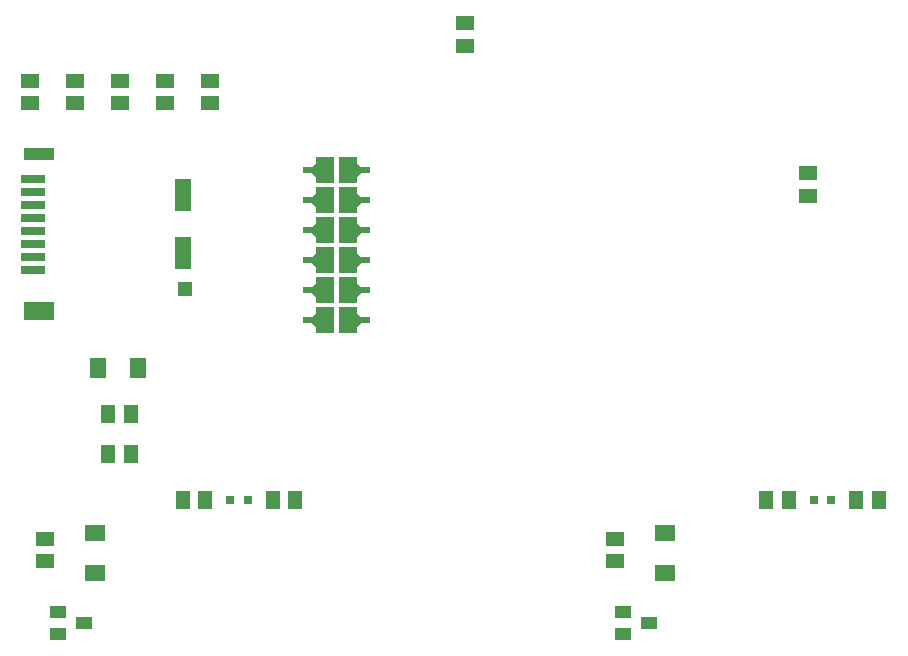
<source format=gbr>
G04 EAGLE Gerber RS-274X export*
G75*
%MOMM*%
%FSLAX34Y34*%
%LPD*%
%INSolderpaste Top*%
%IPPOS*%
%AMOC8*
5,1,8,0,0,1.08239X$1,22.5*%
G01*
%ADD10R,2.000000X0.700000*%
%ADD11R,2.600000X1.000000*%
%ADD12R,2.600000X1.500000*%
%ADD13R,1.400000X2.700000*%
%ADD14R,1.200000X1.200000*%
%ADD15R,1.500000X1.300000*%
%ADD16R,1.400000X1.000000*%
%ADD17R,0.800000X0.800000*%
%ADD18R,1.800000X1.400000*%
%ADD19R,1.300000X1.500000*%
%ADD20R,1.400000X1.800000*%

G36*
X290297Y591167D02*
X290297Y591167D01*
X290292Y591174D01*
X290299Y591180D01*
X290299Y612780D01*
X290263Y612827D01*
X290256Y612822D01*
X290250Y612829D01*
X274850Y612829D01*
X274803Y612793D01*
X274808Y612786D01*
X274801Y612780D01*
X274801Y608198D01*
X271677Y604579D01*
X264100Y604579D01*
X264053Y604543D01*
X264054Y604541D01*
X264053Y604540D01*
X264057Y604535D01*
X264051Y604530D01*
X264051Y599430D01*
X264087Y599383D01*
X264094Y599388D01*
X264100Y599381D01*
X271677Y599381D01*
X274801Y595762D01*
X274801Y591180D01*
X274837Y591133D01*
X274844Y591138D01*
X274850Y591131D01*
X290250Y591131D01*
X290297Y591167D01*
G37*
G36*
X290297Y565767D02*
X290297Y565767D01*
X290292Y565774D01*
X290299Y565780D01*
X290299Y587380D01*
X290263Y587427D01*
X290256Y587422D01*
X290250Y587429D01*
X274850Y587429D01*
X274803Y587393D01*
X274808Y587386D01*
X274801Y587380D01*
X274801Y582798D01*
X271677Y579179D01*
X264100Y579179D01*
X264053Y579143D01*
X264054Y579141D01*
X264053Y579140D01*
X264057Y579135D01*
X264051Y579130D01*
X264051Y574030D01*
X264087Y573983D01*
X264094Y573988D01*
X264100Y573981D01*
X271677Y573981D01*
X274801Y570362D01*
X274801Y565780D01*
X274837Y565733D01*
X274844Y565738D01*
X274850Y565731D01*
X290250Y565731D01*
X290297Y565767D01*
G37*
G36*
X290297Y540367D02*
X290297Y540367D01*
X290292Y540374D01*
X290299Y540380D01*
X290299Y561980D01*
X290263Y562027D01*
X290256Y562022D01*
X290250Y562029D01*
X274850Y562029D01*
X274803Y561993D01*
X274808Y561986D01*
X274801Y561980D01*
X274801Y557398D01*
X271677Y553779D01*
X264100Y553779D01*
X264053Y553743D01*
X264054Y553741D01*
X264053Y553740D01*
X264057Y553735D01*
X264051Y553730D01*
X264051Y548630D01*
X264087Y548583D01*
X264094Y548588D01*
X264100Y548581D01*
X271677Y548581D01*
X274801Y544962D01*
X274801Y540380D01*
X274837Y540333D01*
X274844Y540338D01*
X274850Y540331D01*
X290250Y540331D01*
X290297Y540367D01*
G37*
G36*
X290297Y514967D02*
X290297Y514967D01*
X290292Y514974D01*
X290299Y514980D01*
X290299Y536580D01*
X290263Y536627D01*
X290256Y536622D01*
X290250Y536629D01*
X274850Y536629D01*
X274803Y536593D01*
X274808Y536586D01*
X274801Y536580D01*
X274801Y531998D01*
X271677Y528379D01*
X264100Y528379D01*
X264053Y528343D01*
X264054Y528341D01*
X264053Y528340D01*
X264057Y528335D01*
X264051Y528330D01*
X264051Y523230D01*
X264087Y523183D01*
X264094Y523188D01*
X264100Y523181D01*
X271677Y523181D01*
X274801Y519562D01*
X274801Y514980D01*
X274837Y514933D01*
X274844Y514938D01*
X274850Y514931D01*
X290250Y514931D01*
X290297Y514967D01*
G37*
G36*
X290297Y489567D02*
X290297Y489567D01*
X290292Y489574D01*
X290299Y489580D01*
X290299Y511180D01*
X290263Y511227D01*
X290256Y511222D01*
X290250Y511229D01*
X274850Y511229D01*
X274803Y511193D01*
X274808Y511186D01*
X274801Y511180D01*
X274801Y506598D01*
X271677Y502979D01*
X264100Y502979D01*
X264053Y502943D01*
X264054Y502941D01*
X264053Y502940D01*
X264057Y502935D01*
X264051Y502930D01*
X264051Y497830D01*
X264087Y497783D01*
X264094Y497788D01*
X264100Y497781D01*
X271677Y497781D01*
X274801Y494162D01*
X274801Y489580D01*
X274837Y489533D01*
X274844Y489538D01*
X274850Y489531D01*
X290250Y489531D01*
X290297Y489567D01*
G37*
G36*
X290297Y464167D02*
X290297Y464167D01*
X290292Y464174D01*
X290299Y464180D01*
X290299Y485780D01*
X290263Y485827D01*
X290256Y485822D01*
X290250Y485829D01*
X274850Y485829D01*
X274803Y485793D01*
X274808Y485786D01*
X274801Y485780D01*
X274801Y481198D01*
X271677Y477579D01*
X264100Y477579D01*
X264053Y477543D01*
X264054Y477541D01*
X264053Y477540D01*
X264057Y477535D01*
X264051Y477530D01*
X264051Y472430D01*
X264087Y472383D01*
X264094Y472388D01*
X264100Y472381D01*
X271677Y472381D01*
X274801Y468762D01*
X274801Y464180D01*
X274837Y464133D01*
X274844Y464138D01*
X274850Y464131D01*
X290250Y464131D01*
X290297Y464167D01*
G37*
G36*
X309397Y591167D02*
X309397Y591167D01*
X309392Y591174D01*
X309399Y591180D01*
X309399Y595762D01*
X312523Y599381D01*
X320100Y599381D01*
X320147Y599417D01*
X320142Y599424D01*
X320149Y599430D01*
X320149Y604530D01*
X320113Y604577D01*
X320106Y604572D01*
X320100Y604579D01*
X312523Y604579D01*
X309399Y608198D01*
X309399Y612780D01*
X309363Y612827D01*
X309356Y612822D01*
X309350Y612829D01*
X293950Y612829D01*
X293903Y612793D01*
X293908Y612786D01*
X293901Y612780D01*
X293901Y591180D01*
X293937Y591133D01*
X293944Y591138D01*
X293950Y591131D01*
X309350Y591131D01*
X309397Y591167D01*
G37*
G36*
X309397Y565767D02*
X309397Y565767D01*
X309392Y565774D01*
X309399Y565780D01*
X309399Y570362D01*
X312523Y573981D01*
X320100Y573981D01*
X320147Y574017D01*
X320142Y574024D01*
X320149Y574030D01*
X320149Y579130D01*
X320113Y579177D01*
X320106Y579172D01*
X320100Y579179D01*
X312523Y579179D01*
X309399Y582798D01*
X309399Y587380D01*
X309363Y587427D01*
X309356Y587422D01*
X309350Y587429D01*
X293950Y587429D01*
X293903Y587393D01*
X293908Y587386D01*
X293901Y587380D01*
X293901Y565780D01*
X293937Y565733D01*
X293944Y565738D01*
X293950Y565731D01*
X309350Y565731D01*
X309397Y565767D01*
G37*
G36*
X309397Y540367D02*
X309397Y540367D01*
X309392Y540374D01*
X309399Y540380D01*
X309399Y544962D01*
X312523Y548581D01*
X320100Y548581D01*
X320147Y548617D01*
X320142Y548624D01*
X320149Y548630D01*
X320149Y553730D01*
X320113Y553777D01*
X320106Y553772D01*
X320100Y553779D01*
X312523Y553779D01*
X309399Y557398D01*
X309399Y561980D01*
X309363Y562027D01*
X309356Y562022D01*
X309350Y562029D01*
X293950Y562029D01*
X293903Y561993D01*
X293908Y561986D01*
X293901Y561980D01*
X293901Y540380D01*
X293937Y540333D01*
X293944Y540338D01*
X293950Y540331D01*
X309350Y540331D01*
X309397Y540367D01*
G37*
G36*
X309397Y514967D02*
X309397Y514967D01*
X309392Y514974D01*
X309399Y514980D01*
X309399Y519562D01*
X312523Y523181D01*
X320100Y523181D01*
X320147Y523217D01*
X320142Y523224D01*
X320149Y523230D01*
X320149Y528330D01*
X320113Y528377D01*
X320106Y528372D01*
X320100Y528379D01*
X312523Y528379D01*
X309399Y531998D01*
X309399Y536580D01*
X309363Y536627D01*
X309356Y536622D01*
X309350Y536629D01*
X293950Y536629D01*
X293903Y536593D01*
X293908Y536586D01*
X293901Y536580D01*
X293901Y514980D01*
X293937Y514933D01*
X293944Y514938D01*
X293950Y514931D01*
X309350Y514931D01*
X309397Y514967D01*
G37*
G36*
X309397Y489567D02*
X309397Y489567D01*
X309392Y489574D01*
X309399Y489580D01*
X309399Y494162D01*
X312523Y497781D01*
X320100Y497781D01*
X320147Y497817D01*
X320142Y497824D01*
X320149Y497830D01*
X320149Y502930D01*
X320113Y502977D01*
X320106Y502972D01*
X320100Y502979D01*
X312523Y502979D01*
X309399Y506598D01*
X309399Y511180D01*
X309363Y511227D01*
X309356Y511222D01*
X309350Y511229D01*
X293950Y511229D01*
X293903Y511193D01*
X293908Y511186D01*
X293901Y511180D01*
X293901Y489580D01*
X293937Y489533D01*
X293944Y489538D01*
X293950Y489531D01*
X309350Y489531D01*
X309397Y489567D01*
G37*
G36*
X309397Y464167D02*
X309397Y464167D01*
X309392Y464174D01*
X309399Y464180D01*
X309399Y468762D01*
X312523Y472381D01*
X320100Y472381D01*
X320147Y472417D01*
X320142Y472424D01*
X320149Y472430D01*
X320149Y477530D01*
X320113Y477577D01*
X320106Y477572D01*
X320100Y477579D01*
X312523Y477579D01*
X309399Y481198D01*
X309399Y485780D01*
X309363Y485827D01*
X309356Y485822D01*
X309350Y485829D01*
X293950Y485829D01*
X293903Y485793D01*
X293908Y485786D01*
X293901Y485780D01*
X293901Y464180D01*
X293937Y464133D01*
X293944Y464138D01*
X293950Y464131D01*
X309350Y464131D01*
X309397Y464167D01*
G37*
D10*
X35560Y594910D03*
X35560Y583910D03*
X35560Y572910D03*
X35560Y561910D03*
X35560Y550910D03*
X35560Y539910D03*
X35560Y528910D03*
X35560Y517910D03*
D11*
X40560Y615910D03*
D12*
X40560Y482410D03*
D13*
X162560Y531910D03*
X162560Y580910D03*
D14*
X163560Y501410D03*
D15*
X401320Y726542D03*
X401320Y707542D03*
X691134Y599542D03*
X691134Y580542D03*
X71120Y658520D03*
X71120Y677520D03*
X109220Y658520D03*
X109220Y677520D03*
X147320Y658520D03*
X147320Y677520D03*
D16*
X78310Y218440D03*
X56310Y208940D03*
X56310Y227940D03*
X557100Y218440D03*
X535100Y208940D03*
X535100Y227940D03*
D15*
X185420Y658520D03*
X185420Y677520D03*
X45720Y271170D03*
X45720Y290170D03*
X528320Y271170D03*
X528320Y290170D03*
D17*
X202050Y322580D03*
X217050Y322580D03*
X696080Y322580D03*
X711080Y322580D03*
D18*
X87630Y295130D03*
X87630Y261130D03*
X570230Y295130D03*
X570230Y261130D03*
D15*
X33020Y677520D03*
X33020Y658520D03*
D19*
X238150Y322580D03*
X257150Y322580D03*
X180950Y322580D03*
X161950Y322580D03*
X655980Y322580D03*
X674980Y322580D03*
X732180Y322580D03*
X751180Y322580D03*
D20*
X124442Y434594D03*
X90442Y434594D03*
D19*
X98704Y395478D03*
X117704Y395478D03*
X98704Y361950D03*
X117704Y361950D03*
M02*

</source>
